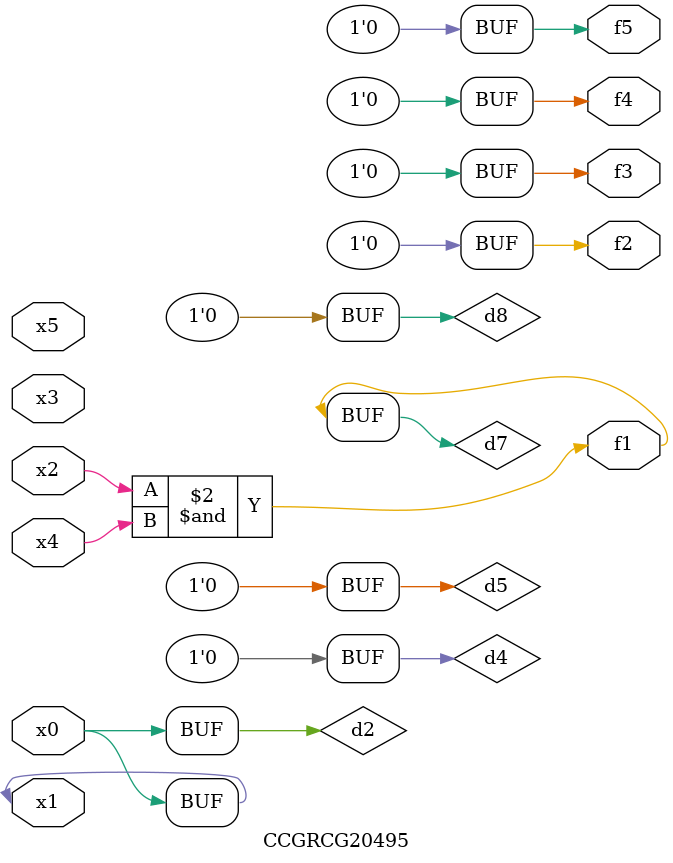
<source format=v>
module CCGRCG20495(
	input x0, x1, x2, x3, x4, x5,
	output f1, f2, f3, f4, f5
);

	wire d1, d2, d3, d4, d5, d6, d7, d8, d9;

	nand (d1, x1);
	buf (d2, x0, x1);
	nand (d3, x2, x4);
	and (d4, d1, d2);
	and (d5, d1, d2);
	nand (d6, d1, d3);
	not (d7, d3);
	xor (d8, d5);
	nor (d9, d5, d6);
	assign f1 = d7;
	assign f2 = d8;
	assign f3 = d8;
	assign f4 = d8;
	assign f5 = d8;
endmodule

</source>
